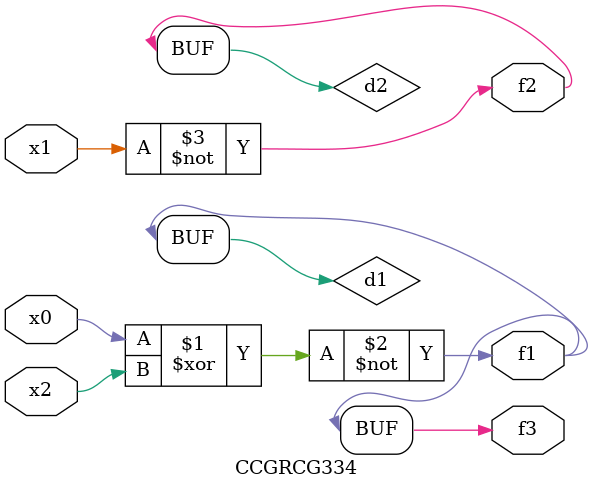
<source format=v>
module CCGRCG334(
	input x0, x1, x2,
	output f1, f2, f3
);

	wire d1, d2, d3;

	xnor (d1, x0, x2);
	nand (d2, x1);
	nor (d3, x1, x2);
	assign f1 = d1;
	assign f2 = d2;
	assign f3 = d1;
endmodule

</source>
